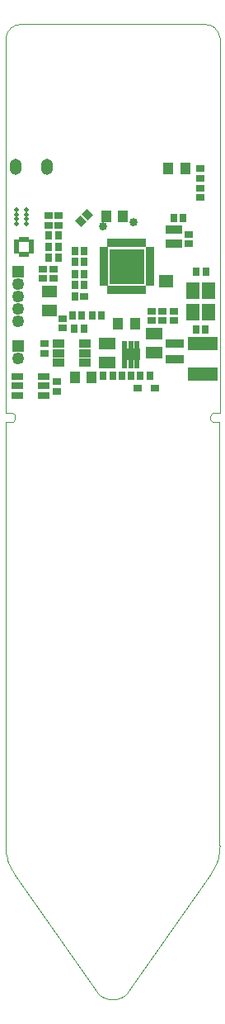
<source format=gts>
G04*
G04 #@! TF.GenerationSoftware,Altium Limited,Altium Designer,19.0.15 (446)*
G04*
G04 Layer_Color=8388736*
%FSLAX25Y25*%
%MOIN*%
G70*
G01*
G75*
%ADD16C,0.00050*%
%ADD17R,0.03953X0.04740*%
%ADD18R,0.14386X0.14386*%
%ADD19R,0.01984X0.03756*%
%ADD20R,0.03756X0.01984*%
%ADD21R,0.04937X0.02969*%
%ADD22C,0.02024*%
%ADD23R,0.01984X0.02772*%
%ADD24R,0.05528X0.06512*%
%ADD25R,0.06512X0.03756*%
%ADD26R,0.02969X0.03362*%
%ADD27R,0.03362X0.02969*%
%ADD28R,0.03835X0.04701*%
%ADD29R,0.03126X0.03520*%
%ADD30R,0.03520X0.03126*%
%ADD31R,0.06472X0.04543*%
%ADD32R,0.02083X0.02083*%
%ADD33R,0.12024X0.05528*%
%ADD34R,0.06512X0.04543*%
%ADD35R,0.07693X0.03756*%
%ADD36R,0.07299X0.04504*%
%ADD37R,0.02181X0.03756*%
%ADD38R,0.04937X0.03362*%
%ADD39R,0.03362X0.02575*%
G04:AMPARAMS|DCode=40|XSize=33.62mil|YSize=29.69mil|CornerRadius=0mil|HoleSize=0mil|Usage=FLASHONLY|Rotation=315.000|XOffset=0mil|YOffset=0mil|HoleType=Round|Shape=Rectangle|*
%AMROTATEDRECTD40*
4,1,4,-0.02238,0.00139,-0.00139,0.02238,0.02238,-0.00139,0.00139,-0.02238,-0.02238,0.00139,0.0*
%
%ADD40ROTATEDRECTD40*%

%ADD41R,0.04937X0.04937*%
%ADD42C,0.04937*%
%ADD43O,0.04937X0.06512*%
%ADD44C,0.03362*%
D16*
X86639Y387820D02*
X86550Y388846D01*
X86283Y389840D01*
X85848Y390773D01*
X85258Y391616D01*
X84530Y392344D01*
X83686Y392935D01*
X82753Y393370D01*
X81759Y393636D01*
X80734Y393726D01*
X5931D02*
X4905Y393636D01*
X3911Y393370D01*
X2978Y392935D01*
X2135Y392344D01*
X1407Y391616D01*
X816Y390773D01*
X381Y389840D01*
X115Y388846D01*
X25Y387820D01*
Y62227D02*
X51Y61225D01*
X127Y60226D01*
X254Y59232D01*
X432Y58246D01*
X659Y57270D01*
X936Y56307D01*
X1262Y55360D01*
X1635Y54430D01*
X2055Y53520D01*
X2521Y52633D01*
X3031Y51771D01*
X3585Y50936D01*
X36882Y3383D02*
X37511Y2596D01*
X38236Y1897D01*
X39044Y1295D01*
X39922Y802D01*
X40855Y425D01*
X41830Y170D01*
X42829Y41D01*
X43836D01*
X44835Y170D01*
X45809Y425D01*
X46743Y802D01*
X47621Y1295D01*
X48428Y1897D01*
X49153Y2596D01*
X49782Y3383D01*
X83079Y50936D02*
X83633Y51771D01*
X84143Y52633D01*
X84609Y53520D01*
X85029Y54430D01*
X85403Y55360D01*
X85728Y56307D01*
X86005Y57270D01*
X86233Y58246D01*
X86410Y59232D01*
X86537Y60226D01*
X86614Y61225D01*
X86639Y62227D01*
X84696Y237000D02*
X83704Y236748D01*
X82973Y236032D01*
X82700Y235045D01*
X82959Y234055D01*
X83680Y233329D01*
X84668Y233063D01*
X2000D02*
X2988Y233329D01*
X3709Y234055D01*
X3968Y235045D01*
X3696Y236032D01*
X2965Y236748D01*
X1973Y237000D01*
X5931Y393726D02*
X80734D01*
X3585Y50936D02*
X36882Y3383D01*
X49782D02*
X83079Y50936D01*
X86639Y237000D02*
X86639Y387820D01*
X84668Y233063D02*
X86637D01*
X84696Y237000D02*
X86664D01*
X86637Y62227D02*
X86637Y233063D01*
X25D02*
X25Y62227D01*
X4Y237000D02*
X1973D01*
X0Y233063D02*
X1969D01*
X4Y387820D02*
X4Y237000D01*
D17*
X34846Y251300D02*
D03*
X28153D02*
D03*
X47546Y316100D02*
D03*
X40854D02*
D03*
D18*
X49000Y296000D02*
D03*
D19*
X55890Y286650D02*
D03*
X53921D02*
D03*
X51953D02*
D03*
X49984D02*
D03*
X48016D02*
D03*
X46047D02*
D03*
X44079D02*
D03*
X42110D02*
D03*
Y305350D02*
D03*
X44079D02*
D03*
X46047D02*
D03*
X48016D02*
D03*
X49984D02*
D03*
X51953D02*
D03*
X53921D02*
D03*
X55890D02*
D03*
D20*
X39650Y289110D02*
D03*
Y291079D02*
D03*
Y293047D02*
D03*
Y295016D02*
D03*
Y296984D02*
D03*
Y298953D02*
D03*
Y300921D02*
D03*
Y302890D02*
D03*
X58350D02*
D03*
Y300921D02*
D03*
Y298953D02*
D03*
Y296984D02*
D03*
Y295016D02*
D03*
Y293047D02*
D03*
Y291079D02*
D03*
Y289110D02*
D03*
D21*
X4932Y251425D02*
D03*
Y247685D02*
D03*
Y243945D02*
D03*
X15561Y251425D02*
D03*
Y247685D02*
D03*
Y243945D02*
D03*
D22*
X8369Y313047D02*
D03*
X4431D02*
D03*
X8369Y315016D02*
D03*
X4431D02*
D03*
X8369Y316984D02*
D03*
X4431D02*
D03*
X8369Y318953D02*
D03*
X4431D02*
D03*
D23*
X66969Y288720D02*
D03*
X63032Y288720D02*
D03*
X65000D02*
D03*
Y291280D02*
D03*
X63032D02*
D03*
X66969Y291280D02*
D03*
D24*
X82150Y286331D02*
D03*
X75850D02*
D03*
X82150Y277669D02*
D03*
X75850D02*
D03*
D25*
X68000Y305047D02*
D03*
Y310953D02*
D03*
D26*
X38969Y276100D02*
D03*
X35032D02*
D03*
X30968D02*
D03*
X27031D02*
D03*
X31769Y270800D02*
D03*
X27832D02*
D03*
X28032Y284000D02*
D03*
X50968Y251900D02*
D03*
X47032D02*
D03*
X43569D02*
D03*
X39632D02*
D03*
X58469D02*
D03*
X54532D02*
D03*
D27*
X19500Y294969D02*
D03*
Y291032D02*
D03*
X15000Y291032D02*
D03*
Y294969D02*
D03*
X21500Y312531D02*
D03*
Y316469D02*
D03*
X17500Y312531D02*
D03*
Y316469D02*
D03*
X31969Y284000D02*
D03*
X20900Y245632D02*
D03*
Y249569D02*
D03*
X78700Y327668D02*
D03*
Y323731D02*
D03*
D28*
X72725Y335400D02*
D03*
X65875D02*
D03*
X45575Y272700D02*
D03*
X52425D02*
D03*
D29*
X31969Y302300D02*
D03*
X28032D02*
D03*
X21468Y304000D02*
D03*
X17531D02*
D03*
X21468Y299500D02*
D03*
X17531D02*
D03*
X28032Y293000D02*
D03*
X31969D02*
D03*
X28032Y297800D02*
D03*
X31969D02*
D03*
X31969Y288500D02*
D03*
X28032D02*
D03*
X77031Y270600D02*
D03*
X80968D02*
D03*
X81000Y294000D02*
D03*
X77063D02*
D03*
X17531Y308500D02*
D03*
X21468D02*
D03*
X71969Y315500D02*
D03*
X68032D02*
D03*
D30*
X23000Y274969D02*
D03*
Y271031D02*
D03*
X68000Y274031D02*
D03*
Y277969D02*
D03*
X63500Y274031D02*
D03*
Y277969D02*
D03*
X59000Y274031D02*
D03*
Y277969D02*
D03*
X15700Y260931D02*
D03*
Y264868D02*
D03*
X74000Y308968D02*
D03*
Y305031D02*
D03*
X78700Y335400D02*
D03*
Y331463D02*
D03*
D31*
X17800Y278142D02*
D03*
Y285858D02*
D03*
D32*
X4447Y305968D02*
D03*
X6416Y307002D02*
D03*
X8384D02*
D03*
X10353Y305968D02*
D03*
X4447Y304000D02*
D03*
X10353D02*
D03*
X4447Y302031D02*
D03*
X6416Y300998D02*
D03*
X8384D02*
D03*
X10353Y302031D02*
D03*
D33*
X79700Y264901D02*
D03*
Y252499D02*
D03*
D34*
X60000Y268739D02*
D03*
Y261061D02*
D03*
X41000Y264739D02*
D03*
Y257061D02*
D03*
D35*
X68500Y264850D02*
D03*
Y258550D02*
D03*
D36*
X50663Y260400D02*
D03*
D37*
X48104Y256483D02*
D03*
X50663D02*
D03*
X53222D02*
D03*
X48104Y264317D02*
D03*
X50663D02*
D03*
X53222D02*
D03*
D38*
X32213Y264740D02*
D03*
Y257260D02*
D03*
X21387D02*
D03*
Y261000D02*
D03*
Y264740D02*
D03*
X32213Y261000D02*
D03*
D39*
X60443Y247000D02*
D03*
X53357Y247000D02*
D03*
D40*
X30408Y314108D02*
D03*
X33192Y316892D02*
D03*
D41*
X5000Y264000D02*
D03*
Y294000D02*
D03*
D42*
Y259000D02*
D03*
Y274000D02*
D03*
Y279000D02*
D03*
Y284000D02*
D03*
Y289000D02*
D03*
D43*
X4101Y336300D02*
D03*
X16699D02*
D03*
D44*
X44669Y300331D02*
D03*
X49000D02*
D03*
X53331D02*
D03*
X44669Y296000D02*
D03*
X49000D02*
D03*
X53331D02*
D03*
X44669Y291669D02*
D03*
X49000D02*
D03*
X53331D02*
D03*
X51886Y313800D02*
D03*
X39400Y312200D02*
D03*
M02*

</source>
